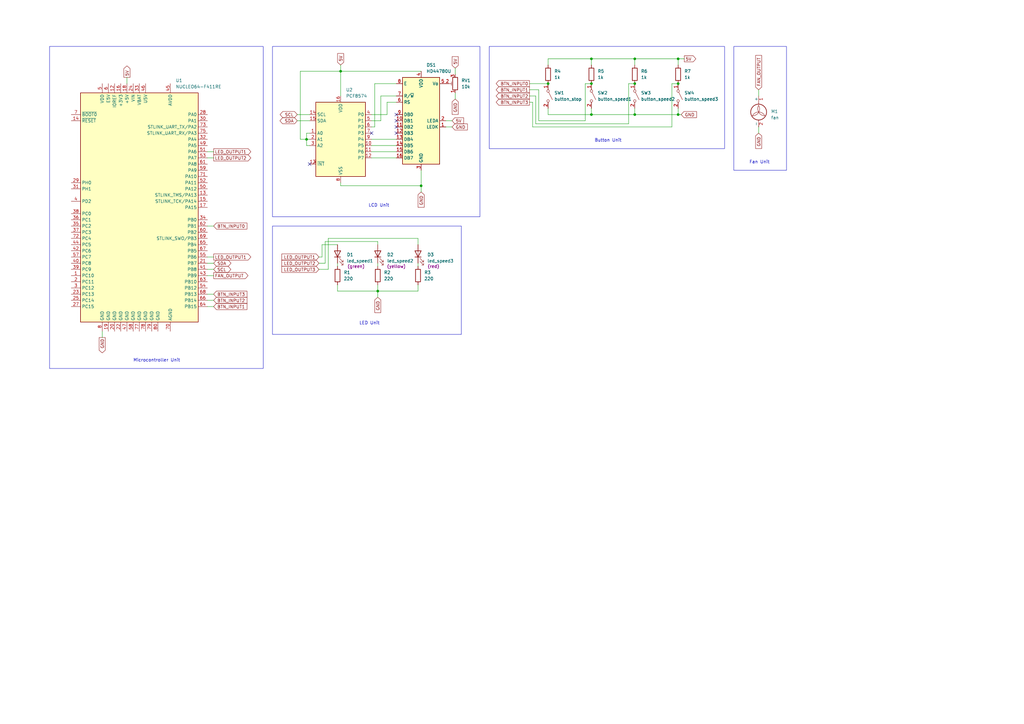
<source format=kicad_sch>
(kicad_sch (version 20230121) (generator eeschema)
  (paper "A3")
  (title_block (title "simple_fan Schematic") (date "2023-09-27") (rev "v1") (company "경기인력개발원"))
  (lib_symbols
    (symbol "Device:LED" (pin_numbers hide) (pin_names (offset 1.016) hide)
      (property "Reference" "D" (at 0 2.54 0))
      (property "Value" "LED" (at 0 -2.54 0))
      (symbol "LED_0_1"
        (polyline (pts (xy -1.27 -1.27) (xy -1.27 1.27)) (stroke (width 0.254)))
        (polyline (pts (xy -1.27 0) (xy 1.27 0)))
        (polyline (pts (xy 1.27 -1.27) (xy 1.27 1.27) (xy -1.27 0) (xy 1.27 -1.27)) (stroke (width 0.254)))
        (polyline (pts (xy -3.048 -0.762) (xy -4.572 -2.286) (xy -3.81 -2.286) (xy -4.572 -2.286) (xy -4.572 -1.524)))
        (polyline (pts (xy -1.778 -0.762) (xy -3.302 -2.286) (xy -2.54 -2.286) (xy -3.302 -2.286) (xy -3.302 -1.524)))
      )
      (symbol "LED_1_1"
        (pin passive line (at -3.81 0 0) (length 2.54) (name "K") (number "1"))
        (pin passive line (at 3.81 0 180) (length 2.54) (name "A") (number "2"))
      )
    )
    (symbol "Device:R" (pin_numbers hide) (pin_names (offset 0))
      (property "Reference" "R" (at 2.032 0 90))
      (property "Value" "R" (at 0 0 90))
      (symbol "R_0_1"
        (rectangle (start -1.016 -2.54) (end 1.016 2.54) (stroke (width 0.254)))
      )
      (symbol "R_1_1"
        (pin passive line (at 0 3.81 270) (length 1.27) (name "~") (number "1"))
        (pin passive line (at 0 -3.81 90) (length 1.27) (name "~") (number "2"))
      )
    )
    (symbol "Device:R_Potentiometer_Trim" (pin_names (offset 1.016) hide)
      (property "Reference" "RV" (at -4.445 0 90))
      (property "Value" "R_Potentiometer_Trim" (at -2.54 0 90))
      (symbol "R_Potentiometer_Trim_0_1"
        (polyline (pts (xy 1.524 0.762) (xy 1.524 -0.762)))
        (polyline (pts (xy 2.54 0) (xy 1.524 0)))
        (rectangle (start 1.016 2.54) (end -1.016 -2.54) (stroke (width 0.254)))
      )
      (symbol "R_Potentiometer_Trim_1_1"
        (pin passive line (at 0 3.81 270) (length 1.27) (name "1") (number "1"))
        (pin passive line (at 3.81 0 180) (length 1.27) (name "2") (number "2"))
        (pin passive line (at 0 -3.81 90) (length 1.27) (name "3") (number "3"))
      )
    )
    (symbol "Display_Character:HY1602E"
      (property "Reference" "DS1" (at 2.1941 22.86 0))
      (property "Value" "HD44780U" (at 2.1941 20.32 0))
      (symbol "HY1602E_0_1"
        (rectangle (start -7.62 17.78) (end 7.62 -17.78) (stroke (width 0.254)) (fill (type background)))
      )
      (symbol "HY1602E_1_1"
        (pin passive line (at 10.16 -2.54 180) (length 2.54) (name "LEDK") (number "1"))
        (pin bidirectional line (at -10.16 0 0) (length 2.54) (name "DB1") (number "10"))
        (pin bidirectional line (at -10.16 -2.54 0) (length 2.54) (name "DB2") (number "11"))
        (pin bidirectional line (at -10.16 -5.08 0) (length 2.54) (name "DB3") (number "12"))
        (pin bidirectional line (at -10.16 -7.62 0) (length 2.54) (name "DB4") (number "13"))
        (pin bidirectional line (at -10.16 -10.16 0) (length 2.54) (name "DB5") (number "14"))
        (pin bidirectional line (at -10.16 -12.7 0) (length 2.54) (name "DB6") (number "15"))
        (pin bidirectional line (at -10.16 -15.24 0) (length 2.54) (name "DB7") (number "16"))
        (pin passive line (at 10.16 0 180) (length 2.54) (name "LEDA") (number "2"))
        (pin power_in line (at 0 -20.32 90) (length 2.54) (name "GND") (number "3"))
        (pin power_in line (at 0 20.32 270) (length 2.54) (name "VDD") (number "4"))
        (pin input line (at 10.16 15.24 180) (length 2.54) (name "Vo") (number "5"))
        (pin input line (at -10.16 7.62 0) (length 2.54) (name "RS") (number "6"))
        (pin input line (at -10.16 10.16 0) (length 2.54) (name "R/~{W}") (number "7"))
        (pin input line (at -10.16 15.24 0) (length 2.54) (name "E") (number "8"))
        (pin bidirectional line (at -10.16 2.54 0) (length 2.54) (name "DB0") (number "9"))
      )
    )
    (symbol "Interface_Expansion:PCF8574"
      (property "Reference" "U" (at -8.89 16.51 0))
      (property "Value" "PCF8574" (at 2.54 16.51 0))
      (symbol "PCF8574_0_1"
        (rectangle (start -10.16 15.24) (end 10.16 -15.24) (stroke (width 0.254)) (fill (type background)))
      )
      (symbol "PCF8574_1_1"
        (pin input line (at -12.7 2.54 0) (length 2.54) (name "A0") (number "1"))
        (pin bidirectional line (at 12.7 -2.54 180) (length 2.54) (name "P5") (number "10"))
        (pin bidirectional line (at 12.7 -5.08 180) (length 2.54) (name "P6") (number "11"))
        (pin bidirectional line (at 12.7 -7.62 180) (length 2.54) (name "P7") (number "12"))
        (pin open_collector output_low (at -12.7 -10.16 0) (length 2.54) (name "~{INT}") (number "13"))
        (pin input line (at -12.7 10.16 0) (length 2.54) (name "SCL") (number "14"))
        (pin bidirectional line (at -12.7 7.62 0) (length 2.54) (name "SDA") (number "15"))
        (pin power_in line (at 0 17.78 270) (length 2.54) (name "VDD") (number "16"))
        (pin input line (at -12.7 0 0) (length 2.54) (name "A1") (number "2"))
        (pin input line (at -12.7 -2.54 0) (length 2.54) (name "A2") (number "3"))
        (pin bidirectional line (at 12.7 10.16 180) (length 2.54) (name "P0") (number "4"))
        (pin bidirectional line (at 12.7 7.62 180) (length 2.54) (name "P1") (number "5"))
        (pin bidirectional line (at 12.7 5.08 180) (length 2.54) (name "P2") (number "6"))
        (pin bidirectional line (at 12.7 2.54 180) (length 2.54) (name "P3") (number "7"))
        (pin power_in line (at 0 -17.78 90) (length 2.54) (name "VSS") (number "8"))
        (pin bidirectional line (at 12.7 0 180) (length 2.54) (name "P4") (number "9"))
      )
    )
    (symbol "MCU_Module:NUCLEO64-F411RE"
      (property "Reference" "U" (at -17.78 50.165 0))
      (property "Value" "NUCLEO64-F411RE" (at -17.78 48.26 0))
      (symbol "NUCLEO64-F411RE_0_1"
        (rectangle (start -24.13 -46.99) (end 24.13 46.99) (stroke (width 0.254)) (fill (type background)))
      )
      (symbol "NUCLEO64-F411RE_1_1"
        (pin bidirectional line (at -27.94 -27.94 0) (length 3.81) (name "PC10") (number "1"))
        (pin no_connect line (at -24.13 20.32 0) (length 3.81) hide (name "NC") (number "10"))
        (pin no_connect line (at -24.13 15.24 0) (length 3.81) hide (name "NC") (number "11"))
        (pin power_in line (at -10.16 50.8 270) (length 3.81) (name "IOREF") (number "12"))
        (pin bidirectional line (at 27.94 5.08 180) (length 3.81) (name "STLINK_TMS/PA13") (number "13"))
        (pin input line (at -27.94 35.56 0) (length 3.81) (name "~{RESET}") (number "14"))
        (pin bidirectional line (at 27.94 2.54 180) (length 3.81) (name "STLINK_TCK/PA14") (number "15"))
        (pin power_in line (at -7.62 50.8 270) (length 3.81) (name "+3V3") (number "16"))
        (pin bidirectional line (at 27.94 0 180) (length 3.81) (name "PA15") (number "17"))
        (pin power_in line (at -5.08 50.8 270) (length 3.81) (name "+5V") (number "18"))
        (pin power_in line (at -12.7 -50.8 90) (length 3.81) (name "GND") (number "19"))
        (pin bidirectional line (at -27.94 -30.48 0) (length 3.81) (name "PC11") (number "2"))
        (pin power_in line (at -10.16 -50.8 90) (length 3.81) (name "GND") (number "20"))
        (pin bidirectional line (at 27.94 -22.86 180) (length 3.81) (name "PB7") (number "21"))
        (pin power_in line (at -7.62 -50.8 90) (length 3.81) (name "GND") (number "22"))
        (pin bidirectional line (at -27.94 -35.56 0) (length 3.81) (name "PC13") (number "23"))
        (pin power_in line (at -2.54 50.8 270) (length 3.81) (name "VIN") (number "24"))
        (pin bidirectional line (at -27.94 -38.1 0) (length 3.81) (name "PC14") (number "25"))
        (pin no_connect line (at -24.13 22.86 0) (length 3.81) hide (name "NC") (number "26"))
        (pin bidirectional line (at -27.94 -40.64 0) (length 3.81) (name "PC15") (number "27"))
        (pin bidirectional line (at 27.94 38.1 180) (length 3.81) (name "PA0") (number "28"))
        (pin bidirectional line (at -27.94 10.16 0) (length 3.81) (name "PH0") (number "29"))
        (pin bidirectional line (at -27.94 -33.02 0) (length 3.81) (name "PC12") (number "3"))
        (pin bidirectional line (at 27.94 35.56 180) (length 3.81) (name "PA1") (number "30"))
        (pin bidirectional line (at -27.94 7.62 0) (length 3.81) (name "PH1") (number "31"))
        (pin bidirectional line (at 27.94 27.94 180) (length 3.81) (name "PA4") (number "32"))
        (pin power_in line (at 0 50.8 270) (length 3.81) (name "VBAT") (number "33"))
        (pin bidirectional line (at 27.94 -5.08 180) (length 3.81) (name "PB0") (number "34"))
        (pin bidirectional line (at -27.94 -7.62 0) (length 3.81) (name "PC2") (number "35"))
        (pin bidirectional line (at -27.94 -5.08 0) (length 3.81) (name "PC1") (number "36"))
        (pin bidirectional line (at -27.94 -10.16 0) (length 3.81) (name "PC3") (number "37"))
        (pin bidirectional line (at -27.94 -2.54 0) (length 3.81) (name "PC0") (number "38"))
        (pin bidirectional line (at -27.94 -25.4 0) (length 3.81) (name "PC9") (number "39"))
        (pin bidirectional line (at -27.94 2.54 0) (length 3.81) (name "PD2") (number "4"))
        (pin bidirectional line (at -27.94 -22.86 0) (length 3.81) (name "PC8") (number "40"))
        (pin bidirectional line (at 27.94 -25.4 180) (length 3.81) (name "PB8") (number "41"))
        (pin bidirectional line (at -27.94 -17.78 0) (length 3.81) (name "PC6") (number "42"))
        (pin bidirectional line (at 27.94 -27.94 180) (length 3.81) (name "PB9") (number "43"))
        (pin bidirectional line (at -27.94 -15.24 0) (length 3.81) (name "PC5") (number "44"))
        (pin power_in line (at 12.7 50.8 270) (length 3.81) (name "AVDD") (number "45"))
        (pin power_in line (at 2.54 50.8 270) (length 3.81) (name "U5V") (number "46"))
        (pin power_in line (at -5.08 -50.8 90) (length 3.81) (name "GND") (number "47"))
        (pin no_connect line (at -24.13 25.4 0) (length 3.81) hide (name "NC") (number "48"))
        (pin bidirectional line (at 27.94 25.4 180) (length 3.81) (name "PA5") (number "49"))
        (pin power_in line (at -15.24 50.8 270) (length 3.81) (name "VDD") (number "5"))
        (pin bidirectional line (at 27.94 7.62 180) (length 3.81) (name "PA12") (number "50"))
        (pin bidirectional line (at 27.94 22.86 180) (length 3.81) (name "PA6") (number "51"))
        (pin bidirectional line (at 27.94 10.16 180) (length 3.81) (name "PA11") (number "52"))
        (pin bidirectional line (at 27.94 20.32 180) (length 3.81) (name "PA7") (number "53"))
        (pin bidirectional line (at 27.94 -33.02 180) (length 3.81) (name "PB12") (number "54"))
        (pin bidirectional line (at 27.94 -20.32 180) (length 3.81) (name "PB6") (number "55"))
        (pin no_connect line (at -24.13 33.02 0) (length 3.81) hide (name "NC") (number "56"))
        (pin bidirectional line (at -27.94 -20.32 0) (length 3.81) (name "PC7") (number "57"))
        (pin power_in line (at -2.54 -50.8 90) (length 3.81) (name "GND") (number "58"))
        (pin bidirectional line (at 27.94 15.24 180) (length 3.81) (name "PA9") (number "59"))
        (pin power_in line (at -12.7 50.8 270) (length 3.81) (name "E5V") (number "6"))
        (pin bidirectional line (at 27.94 -10.16 180) (length 3.81) (name "PB2") (number "60"))
        (pin bidirectional line (at 27.94 17.78 180) (length 3.81) (name "PA8") (number "61"))
        (pin bidirectional line (at 27.94 -7.62 180) (length 3.81) (name "PB1") (number "62"))
        (pin bidirectional line (at 27.94 -30.48 180) (length 3.81) (name "PB10") (number "63"))
        (pin bidirectional line (at 27.94 -40.64 180) (length 3.81) (name "PB15") (number "64"))
        (pin bidirectional line (at 27.94 -15.24 180) (length 3.81) (name "PB4") (number "65"))
        (pin bidirectional line (at 27.94 -38.1 180) (length 3.81) (name "PB14") (number "66"))
        (pin bidirectional line (at 27.94 -17.78 180) (length 3.81) (name "PB5") (number "67"))
        (pin bidirectional line (at 27.94 -35.56 180) (length 3.81) (name "PB13") (number "68"))
        (pin bidirectional line (at 27.94 -12.7 180) (length 3.81) (name "STLINK_SWO/PB3") (number "69"))
        (pin input line (at -27.94 38.1 0) (length 3.81) (name "~{BOOT0}") (number "7"))
        (pin power_in line (at 12.7 -50.8 90) (length 3.81) (name "AGND") (number "70"))
        (pin bidirectional line (at 27.94 12.7 180) (length 3.81) (name "PA10") (number "71"))
        (pin bidirectional line (at -27.94 -12.7 0) (length 3.81) (name "PC4") (number "72"))
        (pin bidirectional line (at 27.94 33.02 180) (length 3.81) (name "STLINK_UART_TX/PA2") (number "73"))
        (pin no_connect line (at -24.13 30.48 0) (length 3.81) hide (name "NC") (number "74"))
        (pin bidirectional line (at 27.94 30.48 180) (length 3.81) (name "STLINK_UART_RX/PA3") (number "75"))
        (pin no_connect line (at -24.13 27.94 0) (length 3.81) hide (name "NC") (number "76"))
        (pin power_in line (at 0 -50.8 90) (length 3.81) (name "GND") (number "77"))
        (pin power_in line (at 2.54 -50.8 90) (length 3.81) (name "GND") (number "78"))
        (pin power_in line (at 5.08 -50.8 90) (length 3.81) (name "GND") (number "79"))
        (pin power_in line (at -15.24 -50.8 90) (length 3.81) (name "GND") (number "8"))
        (pin power_in line (at 7.62 -50.8 90) (length 3.81) (name "GND") (number "80"))
        (pin no_connect line (at -24.13 17.78 0) (length 3.81) hide (name "NC") (number "9"))
      )
    )
    (symbol "Motor:Fan" (pin_names (offset 0))
      (property "Reference" "M" (at 2.54 5.08 0))
      (property "Value" "Fan" (at 2.54 -2.54 0))
      (symbol "Fan_0_1"
        (arc (start -2.54 -0.508) (mid 0.0028 0.9121) (end 0 3.81))
        (polyline (pts (xy 0 -5.08) (xy 0 -4.572)))
        (polyline (pts (xy 0 -2.2352) (xy 0 -2.6416)))
        (polyline (pts (xy 0 4.2672) (xy 0 4.6228)))
        (polyline (pts (xy 0 4.572) (xy 0 5.08)))
        (circle (center 0 1.016) (radius 3.2512) (stroke (width 0.254)))
        (arc (start 0 3.81) (mid 0.053 0.921) (end 2.54 -0.508))
        (arc (start 2.54 -0.508) (mid 0 1.0618) (end -2.54 -0.508))
      )
      (symbol "Fan_1_1"
        (pin passive line (at 0 7.62 270) (length 2.54) (name "+") (number "1"))
        (pin passive line (at 0 -5.08 90) (length 2.54) (name "-") (number "2"))
      )
    )
    (symbol "Switch:SW_SPST" (pin_names (offset 0) hide)
      (property "Reference" "SW" (at 0 3.175 0))
      (property "Value" "SW_SPST" (at 0 -2.54 0))
      (symbol "SW_SPST_0_0"
        (circle (center -2.032 0) (radius 0.508))
        (polyline (pts (xy -1.524 0.254) (xy 1.524 1.778)))
        (circle (center 2.032 0) (radius 0.508))
      )
      (symbol "SW_SPST_1_1"
        (pin passive line (at -5.08 0 0) (length 2.54) (name "A") (number "1"))
        (pin passive line (at 5.08 0 180) (length 2.54) (name "B") (number "2"))
      )
    )
  )
  (junction (at 125.73 57.15))
  (junction (at 242.57 46.99))
  (junction (at 278.13 24.13))
  (junction (at 224.79 34.29))
  (junction (at 260.35 24.13))
  (junction (at 139.7 29.21))
  (junction (at 242.57 24.13))
  (junction (at 260.35 34.29))
  (junction (at 172.72 76.2))
  (junction (at 278.13 46.99))
  (junction (at 242.57 34.29))
  (junction (at 278.13 34.29))
  (junction (at 260.35 46.99))
  (junction (at 154.94 119.38))
  (no_connect (at 162.56 52.07))
  (no_connect (at 162.56 54.61))
  (no_connect (at 162.56 49.53))
  (no_connect (at 152.4 54.61))
  (no_connect (at 127 67.31))
  (no_connect (at 162.56 46.99))
  (wire (pts (xy 132.08 105.41) (xy 130.81 105.41)))
  (wire (pts (xy 85.09 125.73) (xy 87.63 125.73)))
  (wire (pts (xy 217.17 36.83) (xy 220.98 36.83)))
  (wire (pts (xy 311.15 52.07) (xy 311.15 54.61)))
  (wire (pts (xy 85.09 120.65) (xy 87.63 120.65)))
  (wire (pts (xy 85.09 64.77) (xy 87.63 64.77)))
  (wire (pts (xy 171.45 109.22) (xy 171.45 107.95)))
  (wire (pts (xy 121.92 46.99) (xy 127 46.99)))
  (wire (pts (xy 240.03 34.29) (xy 240.03 49.53)))
  (wire (pts (xy 260.35 44.45) (xy 260.35 46.99)))
  (wire (pts (xy 275.59 34.29) (xy 278.13 34.29)))
  (wire (pts (xy 125.73 54.61) (xy 127 54.61)))
  (wire (pts (xy 152.4 52.07) (xy 153.67 52.07)))
  (wire (pts (xy 218.44 41.91) (xy 217.17 41.91)))
  (wire (pts (xy 257.81 34.29) (xy 260.35 34.29)))
  (wire (pts (xy 171.45 100.33) (xy 171.45 97.79)))
  (wire (pts (xy 132.08 100.33) (xy 132.08 105.41)))
  (wire (pts (xy 123.19 57.15) (xy 123.19 29.21)))
  (wire (pts (xy 85.09 105.41) (xy 87.63 105.41)))
  (wire (pts (xy 138.43 116.84) (xy 138.43 119.38)))
  (wire (pts (xy 172.72 76.2) (xy 172.72 78.74)))
  (wire (pts (xy 182.88 52.07) (xy 185.42 52.07)))
  (wire (pts (xy 275.59 34.29) (xy 275.59 52.07)))
  (wire (pts (xy 130.81 110.49) (xy 134.62 110.49)))
  (wire (pts (xy 171.45 116.84) (xy 171.45 119.38)))
  (wire (pts (xy 260.35 24.13) (xy 260.35 26.67)))
  (wire (pts (xy 152.4 62.23) (xy 162.56 62.23)))
  (wire (pts (xy 123.19 29.21) (xy 139.7 29.21)))
  (wire (pts (xy 85.09 123.19) (xy 87.63 123.19)))
  (wire (pts (xy 138.43 109.22) (xy 138.43 107.95)))
  (wire (pts (xy 139.7 26.67) (xy 139.7 29.21)))
  (wire (pts (xy 275.59 52.07) (xy 218.44 52.07)))
  (wire (pts (xy 138.43 119.38) (xy 154.94 119.38)))
  (wire (pts (xy 242.57 46.99) (xy 260.35 46.99)))
  (wire (pts (xy 257.81 50.8) (xy 219.71 50.8)))
  (wire (pts (xy 121.92 49.53) (xy 127 49.53)))
  (wire (pts (xy 224.79 26.67) (xy 224.79 24.13)))
  (wire (pts (xy 156.21 39.37) (xy 162.56 39.37)))
  (wire (pts (xy 311.15 36.83) (xy 311.15 39.37)))
  (wire (pts (xy 152.4 64.77) (xy 162.56 64.77)))
  (wire (pts (xy 85.09 92.71) (xy 87.63 92.71)))
  (wire (pts (xy 125.73 57.15) (xy 125.73 54.61)))
  (wire (pts (xy 125.73 57.15) (xy 127 57.15)))
  (wire (pts (xy 139.7 74.93) (xy 139.7 76.2)))
  (wire (pts (xy 85.09 62.23) (xy 87.63 62.23)))
  (wire (pts (xy 138.43 100.33) (xy 132.08 100.33)))
  (wire (pts (xy 158.75 46.99) (xy 158.75 41.91)))
  (wire (pts (xy 156.21 49.53) (xy 156.21 39.37)))
  (wire (pts (xy 240.03 49.53) (xy 220.98 49.53)))
  (wire (pts (xy 154.94 119.38) (xy 171.45 119.38)))
  (wire (pts (xy 224.79 46.99) (xy 242.57 46.99)))
  (wire (pts (xy 139.7 29.21) (xy 172.72 29.21)))
  (wire (pts (xy 154.94 99.06) (xy 133.35 99.06)))
  (wire (pts (xy 242.57 24.13) (xy 242.57 26.67)))
  (wire (pts (xy 217.17 39.37) (xy 219.71 39.37)))
  (wire (pts (xy 186.69 38.1) (xy 186.69 40.64)))
  (wire (pts (xy 139.7 76.2) (xy 172.72 76.2)))
  (wire (pts (xy 152.4 57.15) (xy 162.56 57.15)))
  (wire (pts (xy 85.09 107.95) (xy 87.63 107.95)))
  (wire (pts (xy 242.57 24.13) (xy 260.35 24.13)))
  (wire (pts (xy 85.09 110.49) (xy 87.63 110.49)))
  (wire (pts (xy 154.94 100.33) (xy 154.94 99.06)))
  (wire (pts (xy 260.35 46.99) (xy 278.13 46.99)))
  (wire (pts (xy 125.73 59.69) (xy 125.73 57.15)))
  (wire (pts (xy 240.03 34.29) (xy 242.57 34.29)))
  (wire (pts (xy 134.62 97.79) (xy 134.62 110.49)))
  (wire (pts (xy 279.4 46.99) (xy 278.13 46.99)))
  (wire (pts (xy 242.57 44.45) (xy 242.57 46.99)))
  (wire (pts (xy 152.4 59.69) (xy 162.56 59.69)))
  (wire (pts (xy 278.13 24.13) (xy 280.67 24.13)))
  (wire (pts (xy 139.7 29.21) (xy 139.7 39.37)))
  (wire (pts (xy 218.44 52.07) (xy 218.44 41.91)))
  (wire (pts (xy 127 59.69) (xy 125.73 59.69)))
  (wire (pts (xy 154.94 116.84) (xy 154.94 119.38)))
  (wire (pts (xy 125.73 57.15) (xy 123.19 57.15)))
  (wire (pts (xy 171.45 97.79) (xy 134.62 97.79)))
  (wire (pts (xy 217.17 34.29) (xy 224.79 34.29)))
  (wire (pts (xy 85.09 113.03) (xy 87.63 113.03)))
  (wire (pts (xy 41.91 135.89) (xy 41.91 138.43)))
  (wire (pts (xy 152.4 46.99) (xy 158.75 46.99)))
  (wire (pts (xy 52.07 31.75) (xy 52.07 34.29)))
  (wire (pts (xy 182.88 49.53) (xy 185.42 49.53)))
  (wire (pts (xy 257.81 34.29) (xy 257.81 50.8)))
  (wire (pts (xy 153.67 52.07) (xy 153.67 34.29)))
  (wire (pts (xy 224.79 24.13) (xy 242.57 24.13)))
  (wire (pts (xy 219.71 50.8) (xy 219.71 39.37)))
  (wire (pts (xy 220.98 49.53) (xy 220.98 36.83)))
  (wire (pts (xy 278.13 24.13) (xy 278.13 26.67)))
  (wire (pts (xy 260.35 24.13) (xy 278.13 24.13)))
  (wire (pts (xy 133.35 99.06) (xy 133.35 107.95)))
  (wire (pts (xy 224.79 44.45) (xy 224.79 46.99)))
  (wire (pts (xy 158.75 41.91) (xy 162.56 41.91)))
  (wire (pts (xy 186.69 27.94) (xy 186.69 30.48)))
  (wire (pts (xy 152.4 49.53) (xy 156.21 49.53)))
  (wire (pts (xy 130.81 107.95) (xy 133.35 107.95)))
  (wire (pts (xy 153.67 34.29) (xy 162.56 34.29)))
  (wire (pts (xy 154.94 119.38) (xy 154.94 121.92)))
  (wire (pts (xy 154.94 109.22) (xy 154.94 107.95)))
  (wire (pts (xy 278.13 44.45) (xy 278.13 46.99)))
  (wire (pts (xy 172.72 69.85) (xy 172.72 76.2)))
  (rectangle (start 20.32 19.05) (end 107.95 151.13))
  (rectangle (start 111.76 19.05) (end 196.85 88.9))
  (rectangle (start 111.76 92.71) (end 189.23 137.16))
  (rectangle (start 300.99 19.05) (end 322.58 69.85))
  (rectangle (start 200.66 19.05) (end 297.18 60.96))
  (text "LED Unit" (at 147.32 133.35 0) (effects (font (size 1.27 1.27)) (justify left bottom)))
  (text "Microcontroller Unit" (at 54.61 148.59 0) (effects (font (size 1.27 1.27)) (justify left bottom)))
  (text "Fan Unit" (at 307.34 67.31 0) (effects (font (size 1.27 1.27)) (justify left bottom)))
  (text "Button Unit\n" (at 243.84 58.42 0) (effects (font (size 1.27 1.27)) (justify left bottom)))
  (text "LCD Unit" (at 151.13 85.09 0) (effects (font (size 1.27 1.27)) (justify left bottom)))
  (global_label "GND" (shape input) (at 185.42 52.07 0) (property "Intersheetrefs" "${INTERSHEET_REFS}" (effects hide)))
  (global_label "FAN_OUTPUT" (shape input) (at 311.15 36.83 90) (property "Intersheetrefs" "${INTERSHEET_REFS}" (effects hide)))
  (global_label "BTN_INPUT0" (shape input) (at 87.63 92.71 0) (property "Intersheetrefs" "${INTERSHEET_REFS}" (effects hide)))
  (global_label "BTN_INPUT2" (shape input) (at 87.63 123.19 0) (property "Intersheetrefs" "${INTERSHEET_REFS}" (effects hide)))
  (global_label "SDA" (shape bidirectional) (at 87.63 107.95 0) (property "Intersheetrefs" "${INTERSHEET_REFS}" (effects hide)))
  (global_label "FAN_OUTPUT" (shape output) (at 87.63 113.03 0) (property "Intersheetrefs" "${INTERSHEET_REFS}" (effects hide)))
  (global_label "LED_OUTPUT2" (shape output) (at 87.63 64.77 0) (property "Intersheetrefs" "${INTERSHEET_REFS}" (effects hide)))
  (global_label "5V" (shape input) (at 185.42 49.53 0) (property "Intersheetrefs" "${INTERSHEET_REFS}" (effects hide)))
  (global_label "5V" (shape input) (at 186.69 27.94 90) (property "Intersheetrefs" "${INTERSHEET_REFS}" (effects hide)))
  (global_label "BTN_INPUT0" (shape output) (at 217.17 34.29 180) (property "Intersheetrefs" "${INTERSHEET_REFS}" (effects hide)))
  (global_label "LED_OUTPUT1" (shape output) (at 87.63 62.23 0) (property "Intersheetrefs" "${INTERSHEET_REFS}" (effects hide)))
  (global_label "LED_OUTPUT2" (shape input) (at 130.81 107.95 180) (property "Intersheetrefs" "${INTERSHEET_REFS}" (effects hide)))
  (global_label "GND" (shape input) (at 154.94 121.92 270) (property "Intersheetrefs" "${INTERSHEET_REFS}" (effects hide)))
  (global_label "GND" (shape input) (at 311.15 54.61 270) (property "Intersheetrefs" "${INTERSHEET_REFS}" (effects hide)))
  (global_label "5V" (shape input) (at 139.7 26.67 90) (property "Intersheetrefs" "${INTERSHEET_REFS}" (effects hide)))
  (global_label "BTN_INPUT3" (shape input) (at 87.63 120.65 0) (property "Intersheetrefs" "${INTERSHEET_REFS}" (effects hide)))
  (global_label "LED_OUTPUT1" (shape input) (at 130.81 105.41 180) (property "Intersheetrefs" "${INTERSHEET_REFS}" (effects hide)))
  (global_label "BTN_INPUT1" (shape output) (at 217.17 36.83 180) (property "Intersheetrefs" "${INTERSHEET_REFS}" (effects hide)))
  (global_label "SCL" (shape bidirectional) (at 87.63 110.49 0) (property "Intersheetrefs" "${INTERSHEET_REFS}" (effects hide)))
  (global_label "GND" (shape output) (at 41.91 138.43 270) (property "Intersheetrefs" "${INTERSHEET_REFS}" (effects hide)))
  (global_label "5V" (shape output) (at 280.67 24.13 0) (property "Intersheetrefs" "${INTERSHEET_REFS}" (effects hide)))
  (global_label "GND" (shape input) (at 279.4 46.99 0) (property "Intersheetrefs" "${INTERSHEET_REFS}" (effects hide)))
  (global_label "SCL" (shape bidirectional) (at 121.92 46.99 180) (property "Intersheetrefs" "${INTERSHEET_REFS}" (effects hide)))
  (global_label "BTN_INPUT2" (shape output) (at 217.17 39.37 180) (property "Intersheetrefs" "${INTERSHEET_REFS}" (effects hide)))
  (global_label "SDA" (shape bidirectional) (at 121.92 49.53 180) (property "Intersheetrefs" "${INTERSHEET_REFS}" (effects hide)))
  (global_label "GND" (shape input) (at 186.69 40.64 270) (property "Intersheetrefs" "${INTERSHEET_REFS}" (effects hide)))
  (global_label "LED_OUTPUT3" (shape input) (at 130.81 110.49 180) (property "Intersheetrefs" "${INTERSHEET_REFS}" (effects hide)))
  (global_label "5V" (shape output) (at 52.07 31.75 90) (property "Intersheetrefs" "${INTERSHEET_REFS}" (effects hide)))
  (global_label "LED_OUTPUT1" (shape output) (at 87.63 105.41 0) (property "Intersheetrefs" "${INTERSHEET_REFS}" (effects hide)))
  (global_label "BTN_INPUT3" (shape output) (at 217.17 41.91 180) (property "Intersheetrefs" "${INTERSHEET_REFS}" (effects hide)))
  (global_label "GND" (shape input) (at 172.72 78.74 270) (property "Intersheetrefs" "${INTERSHEET_REFS}" (effects hide)))
  (global_label "BTN_INPUT1" (shape input) (at 87.63 125.73 0) (property "Intersheetrefs" "${INTERSHEET_REFS}" (effects hide)))
  (symbol (lib_id "Device:LED") (at 171.45 104.14 90) (unit 1)
    (property "Reference" "D3" (at 175.26 104.4575 90) (effects (justify right)))
    (property "Value" "led_speed3" (at 175.26 106.9975 90) (effects (justify right)))
    (property "값2" "(red)" (at 177.8 109.22 90))
  )
  (symbol (lib_id "Device:R") (at 224.79 30.48 0) (unit 1)
    (property "Reference" "R4" (at 227.33 29.21 0) (effects (justify left)))
    (property "Value" "1k" (at 227.33 31.75 0) (effects (justify left)))
  )
  (symbol (lib_id "Motor:Fan") (at 311.15 46.99 0) (unit 1)
    (property "Reference" "M1" (at 316.23 45.72 0) (effects (justify left)))
    (property "Value" "fan" (at 316.23 48.26 0) (effects (justify left)))
  )
  (symbol (lib_id "Device:R") (at 242.57 30.48 0) (unit 1)
    (property "Reference" "R5" (at 245.11 29.21 0) (effects (justify left)))
    (property "Value" "1k" (at 245.11 31.75 0) (effects (justify left)))
  )
  (symbol (lib_id "Switch:SW_SPST") (at 242.57 39.37 270) (unit 1)
    (property "Reference" "SW2" (at 245.11 38.1 90) (effects (justify left)))
    (property "Value" "button_speed1" (at 245.11 40.64 90) (effects (justify left)))
  )
  (symbol (lib_id "Device:R") (at 138.43 113.03 0) (unit 1)
    (property "Reference" "R1" (at 140.97 111.76 0) (effects (justify left)))
    (property "Value" "220" (at 140.97 114.3 0) (effects (justify left)))
  )
  (symbol (lib_id "Display_Character:HY1602E") (at 172.72 49.53 0) (unit 1)
    (property "Reference" "DS1" (at 174.9141 26.67 0) (effects (justify left)))
    (property "Value" "HD44780U" (at 174.9141 29.21 0) (effects (justify left)))
    (property "Footprint" "Display:HY1602E" (effects hide))
    (property "Datasheet" "http://www.icbank.com/data/ICBShop/board/HY1602E.pdf" (effects hide))
  )
  (symbol (lib_id "Device:LED") (at 154.94 104.14 90) (unit 1)
    (property "Reference" "D2" (at 158.75 104.4575 90) (effects (justify right)))
    (property "Value" "led_speed2" (at 158.75 106.9975 90) (effects (justify right)))
    (property "값2" "(yellow)" (at 162.56 109.22 90))
  )
  (symbol (lib_id "Device:R") (at 278.13 30.48 0) (unit 1)
    (property "Reference" "R7" (at 280.67 29.21 0) (effects (justify left)))
    (property "Value" "1k" (at 280.67 31.75 0) (effects (justify left)))
  )
  (symbol (lib_id "Device:LED") (at 138.43 104.14 90) (unit 1)
    (property "Reference" "D1" (at 142.24 104.4575 90) (effects (justify right)))
    (property "Value" "led_speed1" (at 142.24 106.9975 90) (effects (justify right)))
    (property "값2" "(green)" (at 146.05 109.22 90))
  )
  (symbol (lib_id "Interface_Expansion:PCF8574") (at 139.7 57.15 0) (unit 1)
    (property "Reference" "U2" (at 141.8941 36.83 0) (effects (justify left)))
    (property "Value" "PCF8574" (at 141.8941 39.37 0) (effects (justify left)))
    (property "Footprint" "Package_SO:SSOP-20_4.4x6.5mm_P0.65mm" (effects hide))
    (property "Datasheet" "http://www.nxp.com/docs/en/data-sheet/PCF8574_PCF8574A.pdf" (effects hide))
  )
  (symbol (lib_id "Device:R_Potentiometer_Trim") (at 186.69 34.29 180) (unit 1)
    (property "Reference" "RV1" (at 189.23 33.02 0) (effects (justify right)))
    (property "Value" "10k" (at 189.23 35.56 0) (effects (justify right)))
  )
  (symbol (lib_id "MCU_Module:NUCLEO64-F411RE") (at 57.15 85.09 0) (unit 1)
    (property "Reference" "U1" (at 72.0441 33.02 0) (effects (justify left)))
    (property "Value" "NUCLEO64-F411RE" (at 72.0441 35.56 0) (effects (justify left)))
    (property "Footprint" "Module:ST_Morpho_Connector_144_STLink" (effects hide))
    (property "Datasheet" "http://www.st.com/st-web-ui/static/active/en/resource/technical/document/data_brief/DM00105918.pdf" (effects hide))
  )
  (symbol (lib_id "Switch:SW_SPST") (at 278.13 39.37 270) (unit 1)
    (property "Reference" "SW4" (at 280.67 38.1 90) (effects (justify left)))
    (property "Value" "button_speed3" (at 280.67 40.64 90) (effects (justify left)))
  )
  (symbol (lib_id "Switch:SW_SPST") (at 224.79 39.37 270) (unit 1)
    (property "Reference" "SW1" (at 227.33 38.1 90) (effects (justify left)))
    (property "Value" "button_stop" (at 227.33 40.64 90) (effects (justify left)))
  )
  (symbol (lib_id "Device:R") (at 171.45 113.03 0) (unit 1)
    (property "Reference" "R3" (at 173.99 111.76 0) (effects (justify left)))
    (property "Value" "220" (at 173.99 114.3 0) (effects (justify left)))
  )
  (symbol (lib_id "Device:R") (at 154.94 113.03 0) (unit 1)
    (property "Reference" "R2" (at 157.48 111.76 0) (effects (justify left)))
    (property "Value" "220" (at 157.48 114.3 0) (effects (justify left)))
  )
  (symbol (lib_id "Switch:SW_SPST") (at 260.35 39.37 270) (unit 1)
    (property "Reference" "SW3" (at 262.89 38.1 90) (effects (justify left)))
    (property "Value" "button_speed2" (at 262.89 40.64 90) (effects (justify left)))
  )
  (symbol (lib_id "Device:R") (at 260.35 30.48 0) (unit 1)
    (property "Reference" "R6" (at 262.89 29.21 0) (effects (justify left)))
    (property "Value" "1k" (at 262.89 31.75 0) (effects (justify left)))
  )
)
</source>
